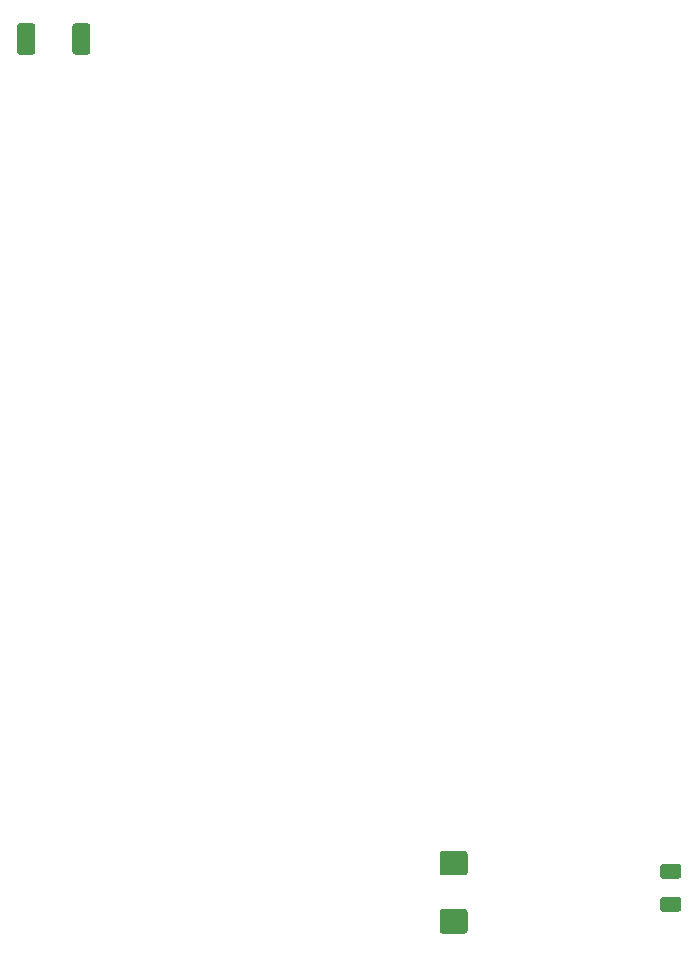
<source format=gbr>
G04 #@! TF.GenerationSoftware,KiCad,Pcbnew,(5.1.5)-3*
G04 #@! TF.CreationDate,2021-05-04T12:01:10+03:00*
G04 #@! TF.ProjectId,NandoBoard,4e616e64-6f42-46f6-9172-642e6b696361,rev?*
G04 #@! TF.SameCoordinates,Original*
G04 #@! TF.FileFunction,Paste,Top*
G04 #@! TF.FilePolarity,Positive*
%FSLAX46Y46*%
G04 Gerber Fmt 4.6, Leading zero omitted, Abs format (unit mm)*
G04 Created by KiCad (PCBNEW (5.1.5)-3) date 2021-05-04 12:01:10*
%MOMM*%
%LPD*%
G04 APERTURE LIST*
%ADD10C,0.100000*%
G04 APERTURE END LIST*
D10*
G36*
X80949505Y-53576204D02*
G01*
X80973773Y-53579804D01*
X80997572Y-53585765D01*
X81020671Y-53594030D01*
X81042850Y-53604520D01*
X81063893Y-53617132D01*
X81083599Y-53631747D01*
X81101777Y-53648223D01*
X81118253Y-53666401D01*
X81132868Y-53686107D01*
X81145480Y-53707150D01*
X81155970Y-53729329D01*
X81164235Y-53752428D01*
X81170196Y-53776227D01*
X81173796Y-53800495D01*
X81175000Y-53824999D01*
X81175000Y-55975001D01*
X81173796Y-55999505D01*
X81170196Y-56023773D01*
X81164235Y-56047572D01*
X81155970Y-56070671D01*
X81145480Y-56092850D01*
X81132868Y-56113893D01*
X81118253Y-56133599D01*
X81101777Y-56151777D01*
X81083599Y-56168253D01*
X81063893Y-56182868D01*
X81042850Y-56195480D01*
X81020671Y-56205970D01*
X80997572Y-56214235D01*
X80973773Y-56220196D01*
X80949505Y-56223796D01*
X80925001Y-56225000D01*
X79899999Y-56225000D01*
X79875495Y-56223796D01*
X79851227Y-56220196D01*
X79827428Y-56214235D01*
X79804329Y-56205970D01*
X79782150Y-56195480D01*
X79761107Y-56182868D01*
X79741401Y-56168253D01*
X79723223Y-56151777D01*
X79706747Y-56133599D01*
X79692132Y-56113893D01*
X79679520Y-56092850D01*
X79669030Y-56070671D01*
X79660765Y-56047572D01*
X79654804Y-56023773D01*
X79651204Y-55999505D01*
X79650000Y-55975001D01*
X79650000Y-53824999D01*
X79651204Y-53800495D01*
X79654804Y-53776227D01*
X79660765Y-53752428D01*
X79669030Y-53729329D01*
X79679520Y-53707150D01*
X79692132Y-53686107D01*
X79706747Y-53666401D01*
X79723223Y-53648223D01*
X79741401Y-53631747D01*
X79761107Y-53617132D01*
X79782150Y-53604520D01*
X79804329Y-53594030D01*
X79827428Y-53585765D01*
X79851227Y-53579804D01*
X79875495Y-53576204D01*
X79899999Y-53575000D01*
X80925001Y-53575000D01*
X80949505Y-53576204D01*
G37*
G36*
X76274505Y-53576204D02*
G01*
X76298773Y-53579804D01*
X76322572Y-53585765D01*
X76345671Y-53594030D01*
X76367850Y-53604520D01*
X76388893Y-53617132D01*
X76408599Y-53631747D01*
X76426777Y-53648223D01*
X76443253Y-53666401D01*
X76457868Y-53686107D01*
X76470480Y-53707150D01*
X76480970Y-53729329D01*
X76489235Y-53752428D01*
X76495196Y-53776227D01*
X76498796Y-53800495D01*
X76500000Y-53824999D01*
X76500000Y-55975001D01*
X76498796Y-55999505D01*
X76495196Y-56023773D01*
X76489235Y-56047572D01*
X76480970Y-56070671D01*
X76470480Y-56092850D01*
X76457868Y-56113893D01*
X76443253Y-56133599D01*
X76426777Y-56151777D01*
X76408599Y-56168253D01*
X76388893Y-56182868D01*
X76367850Y-56195480D01*
X76345671Y-56205970D01*
X76322572Y-56214235D01*
X76298773Y-56220196D01*
X76274505Y-56223796D01*
X76250001Y-56225000D01*
X75224999Y-56225000D01*
X75200495Y-56223796D01*
X75176227Y-56220196D01*
X75152428Y-56214235D01*
X75129329Y-56205970D01*
X75107150Y-56195480D01*
X75086107Y-56182868D01*
X75066401Y-56168253D01*
X75048223Y-56151777D01*
X75031747Y-56133599D01*
X75017132Y-56113893D01*
X75004520Y-56092850D01*
X74994030Y-56070671D01*
X74985765Y-56047572D01*
X74979804Y-56023773D01*
X74976204Y-55999505D01*
X74975000Y-55975001D01*
X74975000Y-53824999D01*
X74976204Y-53800495D01*
X74979804Y-53776227D01*
X74985765Y-53752428D01*
X74994030Y-53729329D01*
X75004520Y-53707150D01*
X75017132Y-53686107D01*
X75031747Y-53666401D01*
X75048223Y-53648223D01*
X75066401Y-53631747D01*
X75086107Y-53617132D01*
X75107150Y-53604520D01*
X75129329Y-53594030D01*
X75152428Y-53585765D01*
X75176227Y-53579804D01*
X75200495Y-53576204D01*
X75224999Y-53575000D01*
X76250001Y-53575000D01*
X76274505Y-53576204D01*
G37*
G36*
X130949504Y-127551204D02*
G01*
X130973773Y-127554804D01*
X130997571Y-127560765D01*
X131020671Y-127569030D01*
X131042849Y-127579520D01*
X131063893Y-127592133D01*
X131083598Y-127606747D01*
X131101777Y-127623223D01*
X131118253Y-127641402D01*
X131132867Y-127661107D01*
X131145480Y-127682151D01*
X131155970Y-127704329D01*
X131164235Y-127727429D01*
X131170196Y-127751227D01*
X131173796Y-127775496D01*
X131175000Y-127800000D01*
X131175000Y-128550000D01*
X131173796Y-128574504D01*
X131170196Y-128598773D01*
X131164235Y-128622571D01*
X131155970Y-128645671D01*
X131145480Y-128667849D01*
X131132867Y-128688893D01*
X131118253Y-128708598D01*
X131101777Y-128726777D01*
X131083598Y-128743253D01*
X131063893Y-128757867D01*
X131042849Y-128770480D01*
X131020671Y-128780970D01*
X130997571Y-128789235D01*
X130973773Y-128795196D01*
X130949504Y-128798796D01*
X130925000Y-128800000D01*
X129675000Y-128800000D01*
X129650496Y-128798796D01*
X129626227Y-128795196D01*
X129602429Y-128789235D01*
X129579329Y-128780970D01*
X129557151Y-128770480D01*
X129536107Y-128757867D01*
X129516402Y-128743253D01*
X129498223Y-128726777D01*
X129481747Y-128708598D01*
X129467133Y-128688893D01*
X129454520Y-128667849D01*
X129444030Y-128645671D01*
X129435765Y-128622571D01*
X129429804Y-128598773D01*
X129426204Y-128574504D01*
X129425000Y-128550000D01*
X129425000Y-127800000D01*
X129426204Y-127775496D01*
X129429804Y-127751227D01*
X129435765Y-127727429D01*
X129444030Y-127704329D01*
X129454520Y-127682151D01*
X129467133Y-127661107D01*
X129481747Y-127641402D01*
X129498223Y-127623223D01*
X129516402Y-127606747D01*
X129536107Y-127592133D01*
X129557151Y-127579520D01*
X129579329Y-127569030D01*
X129602429Y-127560765D01*
X129626227Y-127554804D01*
X129650496Y-127551204D01*
X129675000Y-127550000D01*
X130925000Y-127550000D01*
X130949504Y-127551204D01*
G37*
G36*
X130949504Y-124751204D02*
G01*
X130973773Y-124754804D01*
X130997571Y-124760765D01*
X131020671Y-124769030D01*
X131042849Y-124779520D01*
X131063893Y-124792133D01*
X131083598Y-124806747D01*
X131101777Y-124823223D01*
X131118253Y-124841402D01*
X131132867Y-124861107D01*
X131145480Y-124882151D01*
X131155970Y-124904329D01*
X131164235Y-124927429D01*
X131170196Y-124951227D01*
X131173796Y-124975496D01*
X131175000Y-125000000D01*
X131175000Y-125750000D01*
X131173796Y-125774504D01*
X131170196Y-125798773D01*
X131164235Y-125822571D01*
X131155970Y-125845671D01*
X131145480Y-125867849D01*
X131132867Y-125888893D01*
X131118253Y-125908598D01*
X131101777Y-125926777D01*
X131083598Y-125943253D01*
X131063893Y-125957867D01*
X131042849Y-125970480D01*
X131020671Y-125980970D01*
X130997571Y-125989235D01*
X130973773Y-125995196D01*
X130949504Y-125998796D01*
X130925000Y-126000000D01*
X129675000Y-126000000D01*
X129650496Y-125998796D01*
X129626227Y-125995196D01*
X129602429Y-125989235D01*
X129579329Y-125980970D01*
X129557151Y-125970480D01*
X129536107Y-125957867D01*
X129516402Y-125943253D01*
X129498223Y-125926777D01*
X129481747Y-125908598D01*
X129467133Y-125888893D01*
X129454520Y-125867849D01*
X129444030Y-125845671D01*
X129435765Y-125822571D01*
X129429804Y-125798773D01*
X129426204Y-125774504D01*
X129425000Y-125750000D01*
X129425000Y-125000000D01*
X129426204Y-124975496D01*
X129429804Y-124951227D01*
X129435765Y-124927429D01*
X129444030Y-124904329D01*
X129454520Y-124882151D01*
X129467133Y-124861107D01*
X129481747Y-124841402D01*
X129498223Y-124823223D01*
X129516402Y-124806747D01*
X129536107Y-124792133D01*
X129557151Y-124779520D01*
X129579329Y-124769030D01*
X129602429Y-124760765D01*
X129626227Y-124754804D01*
X129650496Y-124751204D01*
X129675000Y-124750000D01*
X130925000Y-124750000D01*
X130949504Y-124751204D01*
G37*
G36*
X112874504Y-128576204D02*
G01*
X112898773Y-128579804D01*
X112922571Y-128585765D01*
X112945671Y-128594030D01*
X112967849Y-128604520D01*
X112988893Y-128617133D01*
X113008598Y-128631747D01*
X113026777Y-128648223D01*
X113043253Y-128666402D01*
X113057867Y-128686107D01*
X113070480Y-128707151D01*
X113080970Y-128729329D01*
X113089235Y-128752429D01*
X113095196Y-128776227D01*
X113098796Y-128800496D01*
X113100000Y-128825000D01*
X113100000Y-130400000D01*
X113098796Y-130424504D01*
X113095196Y-130448773D01*
X113089235Y-130472571D01*
X113080970Y-130495671D01*
X113070480Y-130517849D01*
X113057867Y-130538893D01*
X113043253Y-130558598D01*
X113026777Y-130576777D01*
X113008598Y-130593253D01*
X112988893Y-130607867D01*
X112967849Y-130620480D01*
X112945671Y-130630970D01*
X112922571Y-130639235D01*
X112898773Y-130645196D01*
X112874504Y-130648796D01*
X112850000Y-130650000D01*
X111000000Y-130650000D01*
X110975496Y-130648796D01*
X110951227Y-130645196D01*
X110927429Y-130639235D01*
X110904329Y-130630970D01*
X110882151Y-130620480D01*
X110861107Y-130607867D01*
X110841402Y-130593253D01*
X110823223Y-130576777D01*
X110806747Y-130558598D01*
X110792133Y-130538893D01*
X110779520Y-130517849D01*
X110769030Y-130495671D01*
X110760765Y-130472571D01*
X110754804Y-130448773D01*
X110751204Y-130424504D01*
X110750000Y-130400000D01*
X110750000Y-128825000D01*
X110751204Y-128800496D01*
X110754804Y-128776227D01*
X110760765Y-128752429D01*
X110769030Y-128729329D01*
X110779520Y-128707151D01*
X110792133Y-128686107D01*
X110806747Y-128666402D01*
X110823223Y-128648223D01*
X110841402Y-128631747D01*
X110861107Y-128617133D01*
X110882151Y-128604520D01*
X110904329Y-128594030D01*
X110927429Y-128585765D01*
X110951227Y-128579804D01*
X110975496Y-128576204D01*
X111000000Y-128575000D01*
X112850000Y-128575000D01*
X112874504Y-128576204D01*
G37*
G36*
X112874504Y-123651204D02*
G01*
X112898773Y-123654804D01*
X112922571Y-123660765D01*
X112945671Y-123669030D01*
X112967849Y-123679520D01*
X112988893Y-123692133D01*
X113008598Y-123706747D01*
X113026777Y-123723223D01*
X113043253Y-123741402D01*
X113057867Y-123761107D01*
X113070480Y-123782151D01*
X113080970Y-123804329D01*
X113089235Y-123827429D01*
X113095196Y-123851227D01*
X113098796Y-123875496D01*
X113100000Y-123900000D01*
X113100000Y-125475000D01*
X113098796Y-125499504D01*
X113095196Y-125523773D01*
X113089235Y-125547571D01*
X113080970Y-125570671D01*
X113070480Y-125592849D01*
X113057867Y-125613893D01*
X113043253Y-125633598D01*
X113026777Y-125651777D01*
X113008598Y-125668253D01*
X112988893Y-125682867D01*
X112967849Y-125695480D01*
X112945671Y-125705970D01*
X112922571Y-125714235D01*
X112898773Y-125720196D01*
X112874504Y-125723796D01*
X112850000Y-125725000D01*
X111000000Y-125725000D01*
X110975496Y-125723796D01*
X110951227Y-125720196D01*
X110927429Y-125714235D01*
X110904329Y-125705970D01*
X110882151Y-125695480D01*
X110861107Y-125682867D01*
X110841402Y-125668253D01*
X110823223Y-125651777D01*
X110806747Y-125633598D01*
X110792133Y-125613893D01*
X110779520Y-125592849D01*
X110769030Y-125570671D01*
X110760765Y-125547571D01*
X110754804Y-125523773D01*
X110751204Y-125499504D01*
X110750000Y-125475000D01*
X110750000Y-123900000D01*
X110751204Y-123875496D01*
X110754804Y-123851227D01*
X110760765Y-123827429D01*
X110769030Y-123804329D01*
X110779520Y-123782151D01*
X110792133Y-123761107D01*
X110806747Y-123741402D01*
X110823223Y-123723223D01*
X110841402Y-123706747D01*
X110861107Y-123692133D01*
X110882151Y-123679520D01*
X110904329Y-123669030D01*
X110927429Y-123660765D01*
X110951227Y-123654804D01*
X110975496Y-123651204D01*
X111000000Y-123650000D01*
X112850000Y-123650000D01*
X112874504Y-123651204D01*
G37*
M02*

</source>
